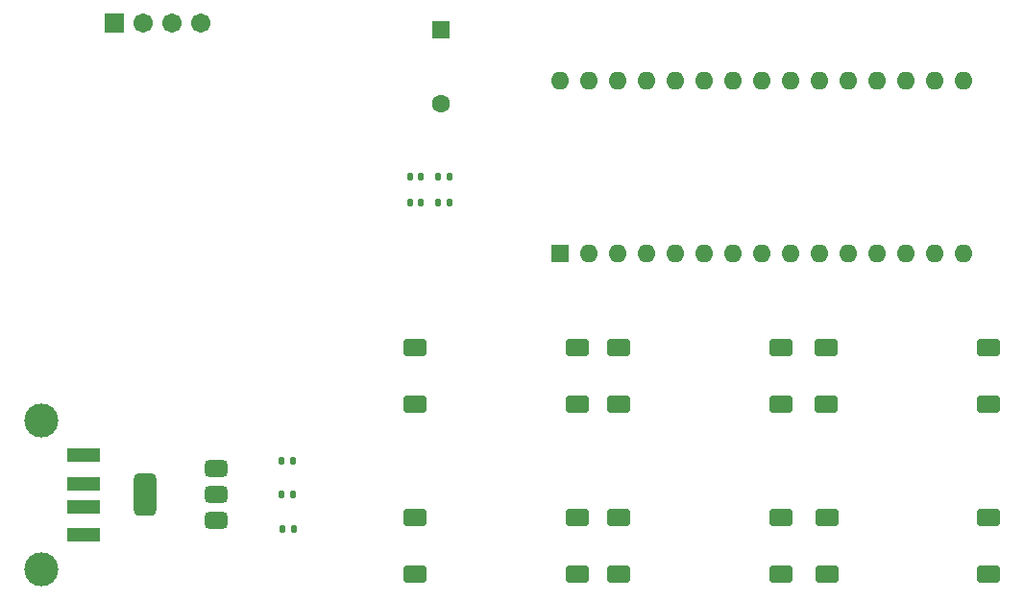
<source format=gts>
G04 #@! TF.GenerationSoftware,KiCad,Pcbnew,9.0.3*
G04 #@! TF.CreationDate,2025-11-18T14:27:21+09:00*
G04 #@! TF.ProjectId,SpeedJeck,53706565-644a-4656-936b-2e6b69636164,1*
G04 #@! TF.SameCoordinates,Original*
G04 #@! TF.FileFunction,Soldermask,Top*
G04 #@! TF.FilePolarity,Negative*
%FSLAX46Y46*%
G04 Gerber Fmt 4.6, Leading zero omitted, Abs format (unit mm)*
G04 Created by KiCad (PCBNEW 9.0.3) date 2025-11-18 14:27:21*
%MOMM*%
%LPD*%
G01*
G04 APERTURE LIST*
G04 Aperture macros list*
%AMRoundRect*
0 Rectangle with rounded corners*
0 $1 Rounding radius*
0 $2 $3 $4 $5 $6 $7 $8 $9 X,Y pos of 4 corners*
0 Add a 4 corners polygon primitive as box body*
4,1,4,$2,$3,$4,$5,$6,$7,$8,$9,$2,$3,0*
0 Add four circle primitives for the rounded corners*
1,1,$1+$1,$2,$3*
1,1,$1+$1,$4,$5*
1,1,$1+$1,$6,$7*
1,1,$1+$1,$8,$9*
0 Add four rect primitives between the rounded corners*
20,1,$1+$1,$2,$3,$4,$5,0*
20,1,$1+$1,$4,$5,$6,$7,0*
20,1,$1+$1,$6,$7,$8,$9,0*
20,1,$1+$1,$8,$9,$2,$3,0*%
G04 Aperture macros list end*
%ADD10RoundRect,0.147500X-0.147500X-0.172500X0.147500X-0.172500X0.147500X0.172500X-0.147500X0.172500X0*%
%ADD11RoundRect,0.135000X-0.135000X-0.185000X0.135000X-0.185000X0.135000X0.185000X-0.135000X0.185000X0*%
%ADD12RoundRect,0.102000X-0.754000X-0.754000X0.754000X-0.754000X0.754000X0.754000X-0.754000X0.754000X0*%
%ADD13C,1.712000*%
%ADD14RoundRect,0.250000X-0.750000X-0.500000X0.750000X-0.500000X0.750000X0.500000X-0.750000X0.500000X0*%
%ADD15R,1.600000X1.600000*%
%ADD16O,1.600000X1.600000*%
%ADD17RoundRect,0.135000X0.135000X0.185000X-0.135000X0.185000X-0.135000X-0.185000X0.135000X-0.185000X0*%
%ADD18R,3.000000X1.250000*%
%ADD19C,3.000000*%
%ADD20C,1.600000*%
%ADD21RoundRect,0.375000X0.625000X0.375000X-0.625000X0.375000X-0.625000X-0.375000X0.625000X-0.375000X0*%
%ADD22RoundRect,0.500000X0.500000X1.400000X-0.500000X1.400000X-0.500000X-1.400000X0.500000X-1.400000X0*%
G04 APERTURE END LIST*
D10*
X146295000Y-59250000D03*
X147265000Y-59250000D03*
D11*
X134980000Y-82000000D03*
X136000000Y-82000000D03*
D12*
X120190000Y-43450000D03*
D13*
X122730000Y-43450000D03*
X125270000Y-43450000D03*
X127810000Y-43450000D03*
D11*
X148760000Y-59250000D03*
X149780000Y-59250000D03*
D14*
X164700000Y-72000000D03*
X179000000Y-72000000D03*
X164700000Y-77000000D03*
X179000000Y-77000000D03*
D15*
X159512000Y-63754000D03*
D16*
X162052000Y-63754000D03*
X164592000Y-63754000D03*
X167132000Y-63754000D03*
X169672000Y-63754000D03*
X172212000Y-63754000D03*
X174752000Y-63754000D03*
X177292000Y-63754000D03*
X179832000Y-63754000D03*
X182372000Y-63754000D03*
X184912000Y-63754000D03*
X187452000Y-63754000D03*
X189992000Y-63754000D03*
X192532000Y-63754000D03*
X195072000Y-63754000D03*
X195072000Y-48514000D03*
X192532000Y-48514000D03*
X189992000Y-48514000D03*
X187452000Y-48514000D03*
X184912000Y-48514000D03*
X182372000Y-48514000D03*
X179832000Y-48514000D03*
X177292000Y-48514000D03*
X174752000Y-48514000D03*
X172212000Y-48514000D03*
X169672000Y-48514000D03*
X167132000Y-48514000D03*
X164592000Y-48514000D03*
X162052000Y-48514000D03*
X159512000Y-48514000D03*
D17*
X136020000Y-88000000D03*
X135000000Y-88000000D03*
D18*
X117472000Y-81556000D03*
X117472000Y-84056000D03*
X117472000Y-86056000D03*
X117472000Y-88556000D03*
D19*
X113792000Y-78486000D03*
X113792000Y-91626000D03*
D11*
X134980000Y-85000000D03*
X136000000Y-85000000D03*
X148750000Y-57000000D03*
X149770000Y-57000000D03*
D14*
X146700000Y-87000000D03*
X161000000Y-87000000D03*
X146700000Y-92000000D03*
X161000000Y-92000000D03*
D15*
X149000000Y-44000000D03*
D20*
X149000000Y-50500000D03*
D14*
X183000000Y-87000000D03*
X197300000Y-87000000D03*
X183000000Y-92000000D03*
X197300000Y-92000000D03*
X146700000Y-72000000D03*
X161000000Y-72000000D03*
X146700000Y-77000000D03*
X161000000Y-77000000D03*
X164700000Y-87000000D03*
X179000000Y-87000000D03*
X164700000Y-92000000D03*
X179000000Y-92000000D03*
D10*
X146285000Y-57000000D03*
X147255000Y-57000000D03*
D14*
X182950000Y-72000000D03*
X197250000Y-72000000D03*
X182950000Y-77000000D03*
X197250000Y-77000000D03*
D21*
X129210000Y-87300000D03*
X129210000Y-85000000D03*
D22*
X122910000Y-85000000D03*
D21*
X129210000Y-82700000D03*
M02*

</source>
